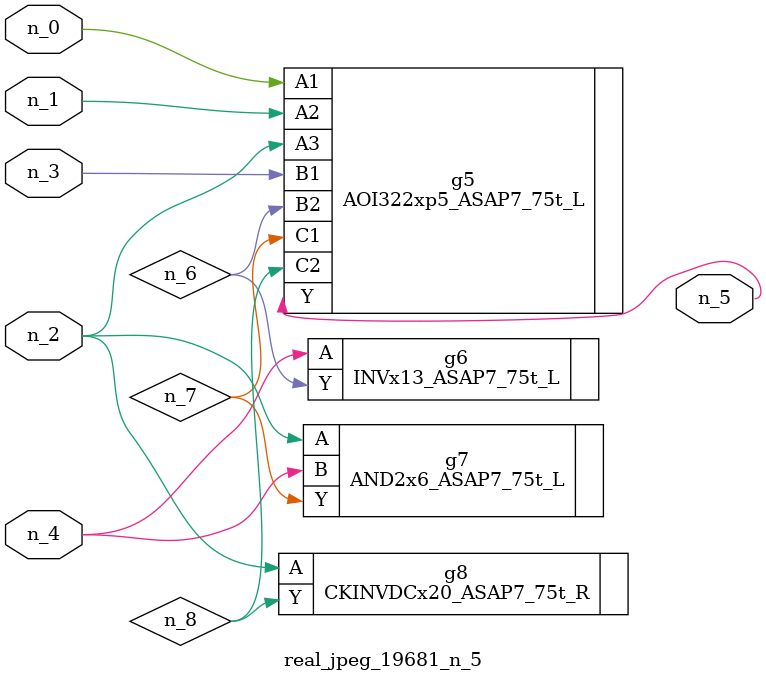
<source format=v>
module real_jpeg_19681_n_5 (n_4, n_0, n_1, n_2, n_3, n_5);

input n_4;
input n_0;
input n_1;
input n_2;
input n_3;

output n_5;

wire n_8;
wire n_6;
wire n_7;

AOI322xp5_ASAP7_75t_L g5 ( 
.A1(n_0),
.A2(n_1),
.A3(n_2),
.B1(n_3),
.B2(n_6),
.C1(n_7),
.C2(n_8),
.Y(n_5)
);

AND2x6_ASAP7_75t_L g7 ( 
.A(n_2),
.B(n_4),
.Y(n_7)
);

CKINVDCx20_ASAP7_75t_R g8 ( 
.A(n_2),
.Y(n_8)
);

INVx13_ASAP7_75t_L g6 ( 
.A(n_4),
.Y(n_6)
);


endmodule
</source>
